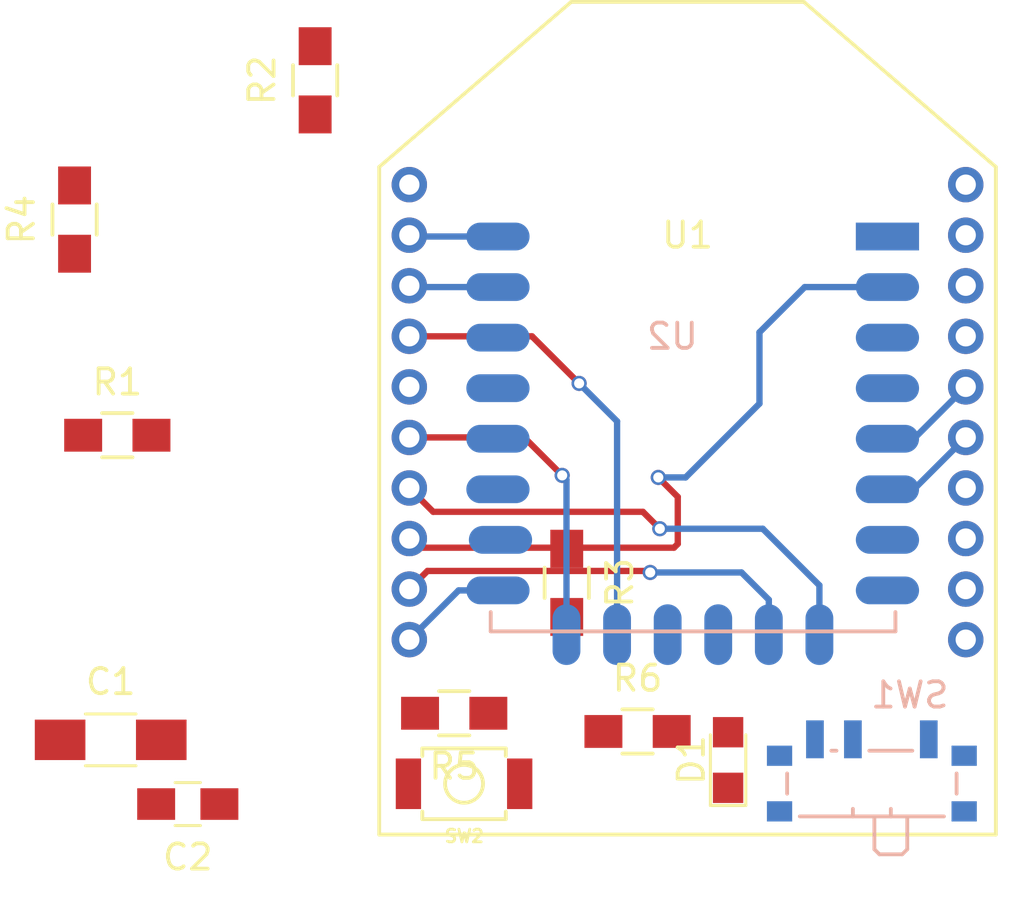
<source format=kicad_pcb>
(kicad_pcb (version 4) (host pcbnew 4.0.4-stable)

  (general
    (links 39)
    (no_connects 29)
    (area 186.635 89.522999 227.338763 125.721)
    (thickness 1.6)
    (drawings 0)
    (tracks 45)
    (zones 0)
    (modules 13)
    (nets 24)
  )

  (page A4)
  (layers
    (0 F.Cu signal)
    (31 B.Cu signal)
    (32 B.Adhes user)
    (33 F.Adhes user)
    (34 B.Paste user)
    (35 F.Paste user)
    (36 B.SilkS user)
    (37 F.SilkS user)
    (38 B.Mask user)
    (39 F.Mask user)
    (40 Dwgs.User user)
    (41 Cmts.User user)
    (42 Eco1.User user)
    (43 Eco2.User user)
    (44 Edge.Cuts user)
    (45 Margin user)
    (46 B.CrtYd user)
    (47 F.CrtYd user)
    (48 B.Fab user)
    (49 F.Fab user)
  )

  (setup
    (last_trace_width 0.25)
    (trace_clearance 0.2)
    (zone_clearance 0.508)
    (zone_45_only no)
    (trace_min 0.2)
    (segment_width 0.2)
    (edge_width 0.1)
    (via_size 0.6)
    (via_drill 0.4)
    (via_min_size 0.4)
    (via_min_drill 0.3)
    (uvia_size 0.3)
    (uvia_drill 0.1)
    (uvias_allowed no)
    (uvia_min_size 0.2)
    (uvia_min_drill 0.1)
    (pcb_text_width 0.3)
    (pcb_text_size 1.5 1.5)
    (mod_edge_width 0.15)
    (mod_text_size 1 1)
    (mod_text_width 0.15)
    (pad_size 1.5 1.5)
    (pad_drill 0.6)
    (pad_to_mask_clearance 0)
    (aux_axis_origin 0 0)
    (visible_elements FFFFFF7F)
    (pcbplotparams
      (layerselection 0x00030_80000001)
      (usegerberextensions false)
      (excludeedgelayer true)
      (linewidth 0.100000)
      (plotframeref false)
      (viasonmask false)
      (mode 1)
      (useauxorigin false)
      (hpglpennumber 1)
      (hpglpenspeed 20)
      (hpglpendiameter 15)
      (hpglpenoverlay 2)
      (psnegative false)
      (psa4output false)
      (plotreference true)
      (plotvalue true)
      (plotinvisibletext false)
      (padsonsilk false)
      (subtractmaskfromsilk false)
      (outputformat 1)
      (mirror false)
      (drillshape 1)
      (scaleselection 1)
      (outputdirectory ""))
  )

  (net 0 "")
  (net 1 +3V3)
  (net 2 GNDREF)
  (net 3 /RESET)
  (net 4 "Net-(D1-Pad2)")
  (net 5 "Net-(R1-Pad2)")
  (net 6 /GPIO2)
  (net 7 /GPIO15)
  (net 8 /CH_PD)
  (net 9 "Net-(R5-Pad2)")
  (net 10 /GPIO0)
  (net 11 /GPIO5)
  (net 12 /GPIO4)
  (net 13 /GPIO14)
  (net 14 /GPIO12)
  (net 15 /GPIO16)
  (net 16 /GPIO13)
  (net 17 /MISO)
  (net 18 /ADC)
  (net 19 /CS0)
  (net 20 /SCLK)
  (net 21 /MOSI)
  (net 22 /RXD)
  (net 23 /TXD)

  (net_class Default "This is the default net class."
    (clearance 0.2)
    (trace_width 0.25)
    (via_dia 0.6)
    (via_drill 0.4)
    (uvia_dia 0.3)
    (uvia_drill 0.1)
    (add_net +3V3)
    (add_net /ADC)
    (add_net /CH_PD)
    (add_net /CS0)
    (add_net /GPIO0)
    (add_net /GPIO12)
    (add_net /GPIO13)
    (add_net /GPIO14)
    (add_net /GPIO15)
    (add_net /GPIO16)
    (add_net /GPIO2)
    (add_net /GPIO4)
    (add_net /GPIO5)
    (add_net /MISO)
    (add_net /MOSI)
    (add_net /RESET)
    (add_net /RXD)
    (add_net /SCLK)
    (add_net /TXD)
    (add_net GNDREF)
    (add_net "Net-(D1-Pad2)")
    (add_net "Net-(R1-Pad2)")
    (add_net "Net-(R5-Pad2)")
  )

  (module Capacitors_SMD:C_1206_HandSoldering (layer F.Cu) (tedit 541A9C03) (tstamp 589C00EE)
    (at 191.138 118.992)
    (descr "Capacitor SMD 1206, hand soldering")
    (tags "capacitor 1206")
    (path /589B154F)
    (attr smd)
    (fp_text reference C1 (at 0 -2.3) (layer F.SilkS)
      (effects (font (size 1 1) (thickness 0.15)))
    )
    (fp_text value 100uF (at 0 2.3) (layer F.Fab)
      (effects (font (size 1 1) (thickness 0.15)))
    )
    (fp_line (start -1.6 0.8) (end -1.6 -0.8) (layer F.Fab) (width 0.1))
    (fp_line (start 1.6 0.8) (end -1.6 0.8) (layer F.Fab) (width 0.1))
    (fp_line (start 1.6 -0.8) (end 1.6 0.8) (layer F.Fab) (width 0.1))
    (fp_line (start -1.6 -0.8) (end 1.6 -0.8) (layer F.Fab) (width 0.1))
    (fp_line (start -3.3 -1.15) (end 3.3 -1.15) (layer F.CrtYd) (width 0.05))
    (fp_line (start -3.3 1.15) (end 3.3 1.15) (layer F.CrtYd) (width 0.05))
    (fp_line (start -3.3 -1.15) (end -3.3 1.15) (layer F.CrtYd) (width 0.05))
    (fp_line (start 3.3 -1.15) (end 3.3 1.15) (layer F.CrtYd) (width 0.05))
    (fp_line (start 1 -1.025) (end -1 -1.025) (layer F.SilkS) (width 0.12))
    (fp_line (start -1 1.025) (end 1 1.025) (layer F.SilkS) (width 0.12))
    (pad 1 smd rect (at -2 0) (size 2 1.6) (layers F.Cu F.Paste F.Mask)
      (net 1 +3V3))
    (pad 2 smd rect (at 2 0) (size 2 1.6) (layers F.Cu F.Paste F.Mask)
      (net 2 GNDREF))
    (model Capacitors_SMD.3dshapes/C_1206_HandSoldering.wrl
      (at (xyz 0 0 0))
      (scale (xyz 1 1 1))
      (rotate (xyz 0 0 0))
    )
  )

  (module Capacitors_SMD:C_0805_HandSoldering (layer F.Cu) (tedit 541A9B8D) (tstamp 589C00F4)
    (at 194.186 121.532 180)
    (descr "Capacitor SMD 0805, hand soldering")
    (tags "capacitor 0805")
    (path /589B1646)
    (attr smd)
    (fp_text reference C2 (at 0 -2.1 180) (layer F.SilkS)
      (effects (font (size 1 1) (thickness 0.15)))
    )
    (fp_text value 1uF (at 0 2.1 180) (layer F.Fab)
      (effects (font (size 1 1) (thickness 0.15)))
    )
    (fp_line (start -1 0.625) (end -1 -0.625) (layer F.Fab) (width 0.1))
    (fp_line (start 1 0.625) (end -1 0.625) (layer F.Fab) (width 0.1))
    (fp_line (start 1 -0.625) (end 1 0.625) (layer F.Fab) (width 0.1))
    (fp_line (start -1 -0.625) (end 1 -0.625) (layer F.Fab) (width 0.1))
    (fp_line (start -2.3 -1) (end 2.3 -1) (layer F.CrtYd) (width 0.05))
    (fp_line (start -2.3 1) (end 2.3 1) (layer F.CrtYd) (width 0.05))
    (fp_line (start -2.3 -1) (end -2.3 1) (layer F.CrtYd) (width 0.05))
    (fp_line (start 2.3 -1) (end 2.3 1) (layer F.CrtYd) (width 0.05))
    (fp_line (start 0.5 -0.85) (end -0.5 -0.85) (layer F.SilkS) (width 0.12))
    (fp_line (start -0.5 0.85) (end 0.5 0.85) (layer F.SilkS) (width 0.12))
    (pad 1 smd rect (at -1.25 0 180) (size 1.5 1.25) (layers F.Cu F.Paste F.Mask)
      (net 3 /RESET))
    (pad 2 smd rect (at 1.25 0 180) (size 1.5 1.25) (layers F.Cu F.Paste F.Mask)
      (net 2 GNDREF))
    (model Capacitors_SMD.3dshapes/C_0805_HandSoldering.wrl
      (at (xyz 0 0 0))
      (scale (xyz 1 1 1))
      (rotate (xyz 0 0 0))
    )
  )

  (module LEDs:LED_0805 (layer F.Cu) (tedit 57FE93EC) (tstamp 589C00FA)
    (at 215.55 119.79 90)
    (descr "LED 0805 smd package")
    (tags "LED led 0805 SMD smd SMT smt smdled SMDLED smtled SMTLED")
    (path /589C0DE1)
    (attr smd)
    (fp_text reference D1 (at 0 -1.45 90) (layer F.SilkS)
      (effects (font (size 1 1) (thickness 0.15)))
    )
    (fp_text value POWER_LED (at 0 1.55 90) (layer F.Fab)
      (effects (font (size 1 1) (thickness 0.15)))
    )
    (fp_line (start -1.8 -0.7) (end -1.8 0.7) (layer F.SilkS) (width 0.12))
    (fp_line (start -0.4 -0.4) (end -0.4 0.4) (layer F.Fab) (width 0.1))
    (fp_line (start -0.4 0) (end 0.2 -0.4) (layer F.Fab) (width 0.1))
    (fp_line (start 0.2 0.4) (end -0.4 0) (layer F.Fab) (width 0.1))
    (fp_line (start 0.2 -0.4) (end 0.2 0.4) (layer F.Fab) (width 0.1))
    (fp_line (start 1 0.6) (end -1 0.6) (layer F.Fab) (width 0.1))
    (fp_line (start 1 -0.6) (end 1 0.6) (layer F.Fab) (width 0.1))
    (fp_line (start -1 -0.6) (end 1 -0.6) (layer F.Fab) (width 0.1))
    (fp_line (start -1 0.6) (end -1 -0.6) (layer F.Fab) (width 0.1))
    (fp_line (start -1.8 0.7) (end 1 0.7) (layer F.SilkS) (width 0.12))
    (fp_line (start -1.8 -0.7) (end 1 -0.7) (layer F.SilkS) (width 0.12))
    (fp_line (start 1.95 -0.85) (end 1.95 0.85) (layer F.CrtYd) (width 0.05))
    (fp_line (start 1.95 0.85) (end -1.95 0.85) (layer F.CrtYd) (width 0.05))
    (fp_line (start -1.95 0.85) (end -1.95 -0.85) (layer F.CrtYd) (width 0.05))
    (fp_line (start -1.95 -0.85) (end 1.95 -0.85) (layer F.CrtYd) (width 0.05))
    (pad 2 smd rect (at 1.1 0 270) (size 1.2 1.2) (layers F.Cu F.Paste F.Mask)
      (net 4 "Net-(D1-Pad2)"))
    (pad 1 smd rect (at -1.1 0 270) (size 1.2 1.2) (layers F.Cu F.Paste F.Mask)
      (net 2 GNDREF))
    (model LEDs.3dshapes/LED_0805.wrl
      (at (xyz 0 0 0))
      (scale (xyz 1 1 1))
      (rotate (xyz 0 0 180))
    )
  )

  (module Resistors_SMD:R_0805_HandSoldering (layer F.Cu) (tedit 58307B90) (tstamp 589C0100)
    (at 191.4 106.94)
    (descr "Resistor SMD 0805, hand soldering")
    (tags "resistor 0805")
    (path /589B4DA5)
    (attr smd)
    (fp_text reference R1 (at 0 -2.1) (layer F.SilkS)
      (effects (font (size 1 1) (thickness 0.15)))
    )
    (fp_text value 12K (at 0 2.1) (layer F.Fab)
      (effects (font (size 1 1) (thickness 0.15)))
    )
    (fp_line (start -1 0.625) (end -1 -0.625) (layer F.Fab) (width 0.1))
    (fp_line (start 1 0.625) (end -1 0.625) (layer F.Fab) (width 0.1))
    (fp_line (start 1 -0.625) (end 1 0.625) (layer F.Fab) (width 0.1))
    (fp_line (start -1 -0.625) (end 1 -0.625) (layer F.Fab) (width 0.1))
    (fp_line (start -2.4 -1) (end 2.4 -1) (layer F.CrtYd) (width 0.05))
    (fp_line (start -2.4 1) (end 2.4 1) (layer F.CrtYd) (width 0.05))
    (fp_line (start -2.4 -1) (end -2.4 1) (layer F.CrtYd) (width 0.05))
    (fp_line (start 2.4 -1) (end 2.4 1) (layer F.CrtYd) (width 0.05))
    (fp_line (start 0.6 0.875) (end -0.6 0.875) (layer F.SilkS) (width 0.15))
    (fp_line (start -0.6 -0.875) (end 0.6 -0.875) (layer F.SilkS) (width 0.15))
    (pad 1 smd rect (at -1.35 0) (size 1.5 1.3) (layers F.Cu F.Paste F.Mask)
      (net 1 +3V3))
    (pad 2 smd rect (at 1.35 0) (size 1.5 1.3) (layers F.Cu F.Paste F.Mask)
      (net 5 "Net-(R1-Pad2)"))
    (model Resistors_SMD.3dshapes/R_0805_HandSoldering.wrl
      (at (xyz 0 0 0))
      (scale (xyz 1 1 1))
      (rotate (xyz 0 0 0))
    )
  )

  (module Resistors_SMD:R_0805_HandSoldering (layer F.Cu) (tedit 58307B90) (tstamp 589C0106)
    (at 199.222 92.9 90)
    (descr "Resistor SMD 0805, hand soldering")
    (tags "resistor 0805")
    (path /589B1D4C)
    (attr smd)
    (fp_text reference R2 (at 0 -2.1 90) (layer F.SilkS)
      (effects (font (size 1 1) (thickness 0.15)))
    )
    (fp_text value 12K (at 0 2.1 90) (layer F.Fab)
      (effects (font (size 1 1) (thickness 0.15)))
    )
    (fp_line (start -1 0.625) (end -1 -0.625) (layer F.Fab) (width 0.1))
    (fp_line (start 1 0.625) (end -1 0.625) (layer F.Fab) (width 0.1))
    (fp_line (start 1 -0.625) (end 1 0.625) (layer F.Fab) (width 0.1))
    (fp_line (start -1 -0.625) (end 1 -0.625) (layer F.Fab) (width 0.1))
    (fp_line (start -2.4 -1) (end 2.4 -1) (layer F.CrtYd) (width 0.05))
    (fp_line (start -2.4 1) (end 2.4 1) (layer F.CrtYd) (width 0.05))
    (fp_line (start -2.4 -1) (end -2.4 1) (layer F.CrtYd) (width 0.05))
    (fp_line (start 2.4 -1) (end 2.4 1) (layer F.CrtYd) (width 0.05))
    (fp_line (start 0.6 0.875) (end -0.6 0.875) (layer F.SilkS) (width 0.15))
    (fp_line (start -0.6 -0.875) (end 0.6 -0.875) (layer F.SilkS) (width 0.15))
    (pad 1 smd rect (at -1.35 0 90) (size 1.5 1.3) (layers F.Cu F.Paste F.Mask)
      (net 1 +3V3))
    (pad 2 smd rect (at 1.35 0 90) (size 1.5 1.3) (layers F.Cu F.Paste F.Mask)
      (net 6 /GPIO2))
    (model Resistors_SMD.3dshapes/R_0805_HandSoldering.wrl
      (at (xyz 0 0 0))
      (scale (xyz 1 1 1))
      (rotate (xyz 0 0 0))
    )
  )

  (module Resistors_SMD:R_0805_HandSoldering (layer F.Cu) (tedit 58307B90) (tstamp 589C010C)
    (at 209.17 112.78 270)
    (descr "Resistor SMD 0805, hand soldering")
    (tags "resistor 0805")
    (path /589B1A91)
    (attr smd)
    (fp_text reference R3 (at 0 -2.1 270) (layer F.SilkS)
      (effects (font (size 1 1) (thickness 0.15)))
    )
    (fp_text value 12K (at 0 2.1 270) (layer F.Fab)
      (effects (font (size 1 1) (thickness 0.15)))
    )
    (fp_line (start -1 0.625) (end -1 -0.625) (layer F.Fab) (width 0.1))
    (fp_line (start 1 0.625) (end -1 0.625) (layer F.Fab) (width 0.1))
    (fp_line (start 1 -0.625) (end 1 0.625) (layer F.Fab) (width 0.1))
    (fp_line (start -1 -0.625) (end 1 -0.625) (layer F.Fab) (width 0.1))
    (fp_line (start -2.4 -1) (end 2.4 -1) (layer F.CrtYd) (width 0.05))
    (fp_line (start -2.4 1) (end 2.4 1) (layer F.CrtYd) (width 0.05))
    (fp_line (start -2.4 -1) (end -2.4 1) (layer F.CrtYd) (width 0.05))
    (fp_line (start 2.4 -1) (end 2.4 1) (layer F.CrtYd) (width 0.05))
    (fp_line (start 0.6 0.875) (end -0.6 0.875) (layer F.SilkS) (width 0.15))
    (fp_line (start -0.6 -0.875) (end 0.6 -0.875) (layer F.SilkS) (width 0.15))
    (pad 1 smd rect (at -1.35 0 270) (size 1.5 1.3) (layers F.Cu F.Paste F.Mask)
      (net 7 /GPIO15))
    (pad 2 smd rect (at 1.35 0 270) (size 1.5 1.3) (layers F.Cu F.Paste F.Mask)
      (net 2 GNDREF))
    (model Resistors_SMD.3dshapes/R_0805_HandSoldering.wrl
      (at (xyz 0 0 0))
      (scale (xyz 1 1 1))
      (rotate (xyz 0 0 0))
    )
  )

  (module Resistors_SMD:R_0805_HandSoldering (layer F.Cu) (tedit 58307B90) (tstamp 589C0112)
    (at 189.71 98.41 90)
    (descr "Resistor SMD 0805, hand soldering")
    (tags "resistor 0805")
    (path /589B0B5C)
    (attr smd)
    (fp_text reference R4 (at 0 -2.1 90) (layer F.SilkS)
      (effects (font (size 1 1) (thickness 0.15)))
    )
    (fp_text value 12K (at 0 2.1 90) (layer F.Fab)
      (effects (font (size 1 1) (thickness 0.15)))
    )
    (fp_line (start -1 0.625) (end -1 -0.625) (layer F.Fab) (width 0.1))
    (fp_line (start 1 0.625) (end -1 0.625) (layer F.Fab) (width 0.1))
    (fp_line (start 1 -0.625) (end 1 0.625) (layer F.Fab) (width 0.1))
    (fp_line (start -1 -0.625) (end 1 -0.625) (layer F.Fab) (width 0.1))
    (fp_line (start -2.4 -1) (end 2.4 -1) (layer F.CrtYd) (width 0.05))
    (fp_line (start -2.4 1) (end 2.4 1) (layer F.CrtYd) (width 0.05))
    (fp_line (start -2.4 -1) (end -2.4 1) (layer F.CrtYd) (width 0.05))
    (fp_line (start 2.4 -1) (end 2.4 1) (layer F.CrtYd) (width 0.05))
    (fp_line (start 0.6 0.875) (end -0.6 0.875) (layer F.SilkS) (width 0.15))
    (fp_line (start -0.6 -0.875) (end 0.6 -0.875) (layer F.SilkS) (width 0.15))
    (pad 1 smd rect (at -1.35 0 90) (size 1.5 1.3) (layers F.Cu F.Paste F.Mask)
      (net 1 +3V3))
    (pad 2 smd rect (at 1.35 0 90) (size 1.5 1.3) (layers F.Cu F.Paste F.Mask)
      (net 8 /CH_PD))
    (model Resistors_SMD.3dshapes/R_0805_HandSoldering.wrl
      (at (xyz 0 0 0))
      (scale (xyz 1 1 1))
      (rotate (xyz 0 0 0))
    )
  )

  (module Resistors_SMD:R_0805_HandSoldering (layer F.Cu) (tedit 58307B90) (tstamp 589C0118)
    (at 204.72 117.94 180)
    (descr "Resistor SMD 0805, hand soldering")
    (tags "resistor 0805")
    (path /589B0BBD)
    (attr smd)
    (fp_text reference R5 (at 0 -2.1 180) (layer F.SilkS)
      (effects (font (size 1 1) (thickness 0.15)))
    )
    (fp_text value 12K (at 0 2.1 180) (layer F.Fab)
      (effects (font (size 1 1) (thickness 0.15)))
    )
    (fp_line (start -1 0.625) (end -1 -0.625) (layer F.Fab) (width 0.1))
    (fp_line (start 1 0.625) (end -1 0.625) (layer F.Fab) (width 0.1))
    (fp_line (start 1 -0.625) (end 1 0.625) (layer F.Fab) (width 0.1))
    (fp_line (start -1 -0.625) (end 1 -0.625) (layer F.Fab) (width 0.1))
    (fp_line (start -2.4 -1) (end 2.4 -1) (layer F.CrtYd) (width 0.05))
    (fp_line (start -2.4 1) (end 2.4 1) (layer F.CrtYd) (width 0.05))
    (fp_line (start -2.4 -1) (end -2.4 1) (layer F.CrtYd) (width 0.05))
    (fp_line (start 2.4 -1) (end 2.4 1) (layer F.CrtYd) (width 0.05))
    (fp_line (start 0.6 0.875) (end -0.6 0.875) (layer F.SilkS) (width 0.15))
    (fp_line (start -0.6 -0.875) (end 0.6 -0.875) (layer F.SilkS) (width 0.15))
    (pad 1 smd rect (at -1.35 0 180) (size 1.5 1.3) (layers F.Cu F.Paste F.Mask)
      (net 3 /RESET))
    (pad 2 smd rect (at 1.35 0 180) (size 1.5 1.3) (layers F.Cu F.Paste F.Mask)
      (net 9 "Net-(R5-Pad2)"))
    (model Resistors_SMD.3dshapes/R_0805_HandSoldering.wrl
      (at (xyz 0 0 0))
      (scale (xyz 1 1 1))
      (rotate (xyz 0 0 0))
    )
  )

  (module Resistors_SMD:R_0805_HandSoldering (layer F.Cu) (tedit 58307B90) (tstamp 589C011E)
    (at 211.97 118.66)
    (descr "Resistor SMD 0805, hand soldering")
    (tags "resistor 0805")
    (path /589C0DAA)
    (attr smd)
    (fp_text reference R6 (at 0 -2.1) (layer F.SilkS)
      (effects (font (size 1 1) (thickness 0.15)))
    )
    (fp_text value 1K (at 0 2.1) (layer F.Fab)
      (effects (font (size 1 1) (thickness 0.15)))
    )
    (fp_line (start -1 0.625) (end -1 -0.625) (layer F.Fab) (width 0.1))
    (fp_line (start 1 0.625) (end -1 0.625) (layer F.Fab) (width 0.1))
    (fp_line (start 1 -0.625) (end 1 0.625) (layer F.Fab) (width 0.1))
    (fp_line (start -1 -0.625) (end 1 -0.625) (layer F.Fab) (width 0.1))
    (fp_line (start -2.4 -1) (end 2.4 -1) (layer F.CrtYd) (width 0.05))
    (fp_line (start -2.4 1) (end 2.4 1) (layer F.CrtYd) (width 0.05))
    (fp_line (start -2.4 -1) (end -2.4 1) (layer F.CrtYd) (width 0.05))
    (fp_line (start 2.4 -1) (end 2.4 1) (layer F.CrtYd) (width 0.05))
    (fp_line (start 0.6 0.875) (end -0.6 0.875) (layer F.SilkS) (width 0.15))
    (fp_line (start -0.6 -0.875) (end 0.6 -0.875) (layer F.SilkS) (width 0.15))
    (pad 1 smd rect (at -1.35 0) (size 1.5 1.3) (layers F.Cu F.Paste F.Mask)
      (net 1 +3V3))
    (pad 2 smd rect (at 1.35 0) (size 1.5 1.3) (layers F.Cu F.Paste F.Mask)
      (net 4 "Net-(D1-Pad2)"))
    (model Resistors_SMD.3dshapes/R_0805_HandSoldering.wrl
      (at (xyz 0 0 0))
      (scale (xyz 1 1 1))
      (rotate (xyz 0 0 0))
    )
  )

  (module Buttons_Switches_SMD:SW_SPDT_PCM12 (layer B.Cu) (tedit 5788B26D) (tstamp 589C012B)
    (at 221.234 120.396 180)
    (descr "Ultraminiature Surface Mount Slide Switch")
    (path /5899D87C)
    (attr smd)
    (fp_text reference SW1 (at -1.5 3.175 180) (layer B.SilkS)
      (effects (font (size 1 1) (thickness 0.15)) (justify mirror))
    )
    (fp_text value Switch_SPDT_x2 (at 0 -4.25 180) (layer B.Fab)
      (effects (font (size 1 1) (thickness 0.15)) (justify mirror))
    )
    (fp_line (start 0.75 -1.325) (end 0.75 -1.625) (layer B.SilkS) (width 0.15))
    (fp_line (start -0.75 -1.325) (end -0.75 -1.625) (layer B.SilkS) (width 0.15))
    (fp_line (start 1.4 0.975) (end 1.6 0.975) (layer B.SilkS) (width 0.15))
    (fp_line (start -4.4 2.45) (end 4.4 2.45) (layer B.CrtYd) (width 0.05))
    (fp_line (start 4.4 2.45) (end 4.4 -2.1) (layer B.CrtYd) (width 0.05))
    (fp_line (start 4.4 -2.1) (end 1.65 -2.1) (layer B.CrtYd) (width 0.05))
    (fp_line (start 1.65 -2.1) (end 1.65 -3.4) (layer B.CrtYd) (width 0.05))
    (fp_line (start 1.65 -3.4) (end -1.65 -3.4) (layer B.CrtYd) (width 0.05))
    (fp_line (start -1.65 -3.4) (end -1.65 -2.1) (layer B.CrtYd) (width 0.05))
    (fp_line (start -1.65 -2.1) (end -4.4 -2.1) (layer B.CrtYd) (width 0.05))
    (fp_line (start -4.4 -2.1) (end -4.4 2.45) (layer B.CrtYd) (width 0.05))
    (fp_line (start -1.4 -2.925) (end -1.2 -3.125) (layer B.SilkS) (width 0.15))
    (fp_line (start -0.1 -2.925) (end -0.3 -3.125) (layer B.SilkS) (width 0.15))
    (fp_line (start -1.4 -1.625) (end -1.4 -2.925) (layer B.SilkS) (width 0.15))
    (fp_line (start -1.2 -3.125) (end -0.3 -3.125) (layer B.SilkS) (width 0.15))
    (fp_line (start -0.1 -2.925) (end -0.1 -1.625) (layer B.SilkS) (width 0.15))
    (fp_line (start -2.85 -1.625) (end 2.85 -1.625) (layer B.SilkS) (width 0.15))
    (fp_line (start -1.6 0.975) (end 0.1 0.975) (layer B.SilkS) (width 0.15))
    (fp_line (start -3.35 0.075) (end -3.35 -0.725) (layer B.SilkS) (width 0.15))
    (fp_line (start 3.35 -0.725) (end 3.35 0.075) (layer B.SilkS) (width 0.15))
    (pad "" np_thru_hole circle (at -1.5 -0.325 180) (size 0.9 0.9) (drill 0.9) (layers *.Cu *.Mask))
    (pad "" np_thru_hole circle (at 1.5 -0.325 180) (size 0.9 0.9) (drill 0.9) (layers *.Cu *.Mask))
    (pad 1 smd rect (at -2.25 1.425 180) (size 0.7 1.5) (layers B.Cu B.Paste B.Mask)
      (net 5 "Net-(R1-Pad2)"))
    (pad 2 smd rect (at 0.75 1.425 180) (size 0.7 1.5) (layers B.Cu B.Paste B.Mask)
      (net 10 /GPIO0))
    (pad 3 smd rect (at 2.25 1.425 180) (size 0.7 1.5) (layers B.Cu B.Paste B.Mask)
      (net 2 GNDREF))
    (pad "" smd rect (at -3.65 -1.425 180) (size 1 0.8) (layers B.Cu B.Paste B.Mask))
    (pad "" smd rect (at 3.65 -1.425 180) (size 1 0.8) (layers B.Cu B.Paste B.Mask))
    (pad "" smd rect (at 3.65 0.775 180) (size 1 0.8) (layers B.Cu B.Paste B.Mask))
    (pad "" smd rect (at -3.65 0.775 180) (size 1 0.8) (layers B.Cu B.Paste B.Mask))
  )

  (module switches:SW_SPST_B3U-1000P_SUNROM (layer F.Cu) (tedit 588C4ADD) (tstamp 589C0131)
    (at 205.11 120.73)
    (descr "Ultra-small-sized Tactile Switch with High Contact Reliability, Top-actuated Model, without Ground Terminal, without Boss")
    (tags "Tactile Switch")
    (path /589B0EA5)
    (attr smd)
    (fp_text reference SW2 (at 0.01 2.07) (layer F.SilkS)
      (effects (font (size 0.5 0.5) (thickness 0.11)))
    )
    (fp_text value SW_PUSH (at 3.24 0.01 90) (layer F.Fab)
      (effects (font (size 0.5 0.5) (thickness 0.09)))
    )
    (fp_line (start -2.8 1.65) (end 2.8 1.65) (layer F.CrtYd) (width 0.05))
    (fp_line (start 2.8 1.65) (end 2.8 -1.65) (layer F.CrtYd) (width 0.05))
    (fp_line (start 2.8 -1.65) (end -2.8 -1.65) (layer F.CrtYd) (width 0.05))
    (fp_line (start -2.8 -1.65) (end -2.8 1.65) (layer F.CrtYd) (width 0.05))
    (fp_circle (center 0 0) (end 0.75 0) (layer F.SilkS) (width 0.15))
    (fp_line (start -1.65 1.1) (end -1.65 1.4) (layer F.SilkS) (width 0.15))
    (fp_line (start -1.65 1.4) (end 1.65 1.4) (layer F.SilkS) (width 0.15))
    (fp_line (start 1.65 1.4) (end 1.65 1.1) (layer F.SilkS) (width 0.15))
    (fp_line (start -1.65 -1.1) (end -1.65 -1.4) (layer F.SilkS) (width 0.15))
    (fp_line (start -1.65 -1.4) (end 1.65 -1.4) (layer F.SilkS) (width 0.15))
    (fp_line (start 1.65 -1.4) (end 1.65 -1.1) (layer F.SilkS) (width 0.15))
    (fp_line (start -1.5 -1.25) (end 1.5 -1.25) (layer F.Fab) (width 0.15))
    (fp_line (start 1.5 -1.25) (end 1.5 1.25) (layer F.Fab) (width 0.15))
    (fp_line (start 1.5 1.25) (end -1.5 1.25) (layer F.Fab) (width 0.15))
    (fp_line (start -1.5 1.25) (end -1.5 -1.25) (layer F.Fab) (width 0.15))
    (pad 1 smd rect (at -2.2 0) (size 1 2) (layers F.Cu F.Paste F.Mask)
      (net 9 "Net-(R5-Pad2)"))
    (pad 2 smd rect (at 2.2 0) (size 1 2) (layers F.Cu F.Paste F.Mask)
      (net 2 GNDREF))
  )

  (module Xbee:XBee_Plug_without_Jtag (layer F.Cu) (tedit 589BFF6E) (tstamp 589C0149)
    (at 202.946 97.028)
    (path /5899D937)
    (fp_text reference U1 (at 11 2) (layer F.SilkS)
      (effects (font (size 1 1) (thickness 0.15)))
    )
    (fp_text value XBEE_MODULE (at 11 0) (layer F.Fab)
      (effects (font (size 1 1) (thickness 0.15)))
    )
    (fp_line (start -1.19 -0.7) (end -1.19 25.71) (layer F.SilkS) (width 0.15))
    (fp_line (start -1.19 25.71) (end 23.19 25.71) (layer F.SilkS) (width 0.15))
    (fp_line (start 23.19 25.71) (end 23.19 -0.7) (layer F.SilkS) (width 0.15))
    (fp_line (start 23.19 -0.7) (end 15.6 -7.23) (layer F.SilkS) (width 0.15))
    (fp_line (start 15.6 -7.23) (end 6.4 -7.23) (layer F.SilkS) (width 0.15))
    (fp_line (start 6.4 -7.23) (end -1.19 -0.7) (layer F.SilkS) (width 0.15))
    (pad 20 thru_hole circle (at 22 0) (size 1.4 1.4) (drill 0.8) (layers *.Cu *.Mask)
      (net 11 /GPIO5))
    (pad 19 thru_hole circle (at 22 2) (size 1.4 1.4) (drill 0.8) (layers *.Cu *.Mask)
      (net 12 /GPIO4))
    (pad 18 thru_hole circle (at 22 4) (size 1.4 1.4) (drill 0.8) (layers *.Cu *.Mask)
      (net 6 /GPIO2))
    (pad 17 thru_hole circle (at 22 6) (size 1.4 1.4) (drill 0.8) (layers *.Cu *.Mask)
      (net 10 /GPIO0))
    (pad 16 thru_hole circle (at 22 8) (size 1.4 1.4) (drill 0.8) (layers *.Cu *.Mask)
      (net 13 /GPIO14))
    (pad 15 thru_hole circle (at 22 10) (size 1.4 1.4) (drill 0.8) (layers *.Cu *.Mask)
      (net 14 /GPIO12))
    (pad 14 thru_hole circle (at 22 12) (size 1.4 1.4) (drill 0.8) (layers *.Cu *.Mask))
    (pad 13 thru_hole circle (at 22 14) (size 1.4 1.4) (drill 0.8) (layers *.Cu *.Mask)
      (net 15 /GPIO16))
    (pad 12 thru_hole circle (at 22 16) (size 1.4 1.4) (drill 0.8) (layers *.Cu *.Mask)
      (net 16 /GPIO13))
    (pad 11 thru_hole circle (at 22 18) (size 1.4 1.4) (drill 0.8) (layers *.Cu *.Mask)
      (net 7 /GPIO15))
    (pad 10 thru_hole circle (at 0 18) (size 1.4 1.4) (drill 0.8) (layers *.Cu *.Mask)
      (net 2 GNDREF))
    (pad 9 thru_hole circle (at 0 16) (size 1.4 1.4) (drill 0.8) (layers *.Cu *.Mask)
      (net 17 /MISO))
    (pad 8 thru_hole circle (at 0 14) (size 1.4 1.4) (drill 0.8) (layers *.Cu *.Mask)
      (net 18 /ADC))
    (pad 7 thru_hole circle (at 0 12) (size 1.4 1.4) (drill 0.8) (layers *.Cu *.Mask)
      (net 19 /CS0))
    (pad 6 thru_hole circle (at 0 10) (size 1.4 1.4) (drill 0.8) (layers *.Cu *.Mask)
      (net 20 /SCLK))
    (pad 5 thru_hole circle (at 0 8) (size 1.4 1.4) (drill 0.8) (layers *.Cu *.Mask)
      (net 3 /RESET))
    (pad 4 thru_hole circle (at 0 6) (size 1.4 1.4) (drill 0.8) (layers *.Cu *.Mask)
      (net 21 /MOSI))
    (pad 3 thru_hole circle (at 0 4) (size 1.4 1.4) (drill 0.8) (layers *.Cu *.Mask)
      (net 22 /RXD))
    (pad 2 thru_hole circle (at 0 2) (size 1.4 1.4) (drill 0.8) (layers *.Cu *.Mask)
      (net 23 /TXD))
    (pad 1 thru_hole circle (at 0 0) (size 1.4 1.4) (drill 0.8) (layers *.Cu *.Mask)
      (net 1 +3V3))
  )

  (module ESP8266:ESP-12E (layer B.Cu) (tedit 58528C2F) (tstamp 589C0163)
    (at 221.15 99.08 180)
    (descr "Module, ESP-8266, ESP-12, 16 pad, SMD")
    (tags "Module ESP-8266 ESP8266")
    (path /589AC8FD)
    (fp_text reference U2 (at 7.8 -3.95 180) (layer B.SilkS)
      (effects (font (size 1 1) (thickness 0.15)) (justify mirror))
    )
    (fp_text value ESP-12E (at 8 -1 180) (layer B.Fab)
      (effects (font (size 1 1) (thickness 0.15)) (justify mirror))
    )
    (fp_line (start -2.25 0.5) (end -2.25 8.75) (layer B.CrtYd) (width 0.05))
    (fp_line (start -2.25 8.75) (end 15.25 8.75) (layer B.CrtYd) (width 0.05))
    (fp_line (start 15.25 8.75) (end 16.25 8.75) (layer B.CrtYd) (width 0.05))
    (fp_line (start 16.25 8.75) (end 16.25 -16) (layer B.CrtYd) (width 0.05))
    (fp_line (start 16.25 -16) (end -2.25 -16) (layer B.CrtYd) (width 0.05))
    (fp_line (start -2.25 -16) (end -2.25 0.5) (layer B.CrtYd) (width 0.05))
    (fp_line (start -1.016 8.382) (end 14.986 8.382) (layer B.CrtYd) (width 0.1524))
    (fp_line (start 14.986 8.382) (end 14.986 0.889) (layer B.CrtYd) (width 0.1524))
    (fp_line (start -1.016 8.382) (end -1.016 1.016) (layer B.CrtYd) (width 0.1524))
    (fp_line (start -1.016 -14.859) (end -1.016 -15.621) (layer B.SilkS) (width 0.1524))
    (fp_line (start -1.016 -15.621) (end 14.986 -15.621) (layer B.SilkS) (width 0.1524))
    (fp_line (start 14.986 -15.621) (end 14.986 -14.859) (layer B.SilkS) (width 0.1524))
    (fp_line (start 14.992 8.4) (end -1.008 2.6) (layer B.CrtYd) (width 0.1524))
    (fp_line (start -1.008 8.4) (end 14.992 2.6) (layer B.CrtYd) (width 0.1524))
    (fp_text user "No Copper" (at 6.892 5.4 180) (layer B.CrtYd)
      (effects (font (size 1 1) (thickness 0.15)) (justify mirror))
    )
    (fp_line (start -1.008 2.6) (end 14.992 2.6) (layer B.CrtYd) (width 0.1524))
    (fp_line (start 15 8.4) (end 15 -15.6) (layer B.Fab) (width 0.05))
    (fp_line (start 14.992 -15.6) (end -1.008 -15.6) (layer B.Fab) (width 0.05))
    (fp_line (start -1.008 -15.6) (end -1.008 8.4) (layer B.Fab) (width 0.05))
    (fp_line (start -1.008 8.4) (end 14.992 8.4) (layer B.Fab) (width 0.05))
    (pad 1 smd rect (at 0 0 180) (size 2.5 1.1) (drill (offset -0.7 0)) (layers B.Cu B.Paste B.Mask)
      (net 3 /RESET))
    (pad 2 smd oval (at 0 -2 180) (size 2.5 1.1) (drill (offset -0.7 0)) (layers B.Cu B.Paste B.Mask)
      (net 18 /ADC))
    (pad 3 smd oval (at 0 -4 180) (size 2.5 1.1) (drill (offset -0.7 0)) (layers B.Cu B.Paste B.Mask)
      (net 8 /CH_PD))
    (pad 4 smd oval (at 0 -6 180) (size 2.5 1.1) (drill (offset -0.7 0)) (layers B.Cu B.Paste B.Mask)
      (net 15 /GPIO16))
    (pad 5 smd oval (at 0 -8 180) (size 2.5 1.1) (drill (offset -0.7 0)) (layers B.Cu B.Paste B.Mask)
      (net 13 /GPIO14))
    (pad 6 smd oval (at 0 -10 180) (size 2.5 1.1) (drill (offset -0.7 0)) (layers B.Cu B.Paste B.Mask)
      (net 14 /GPIO12))
    (pad 7 smd oval (at 0 -12 180) (size 2.5 1.1) (drill (offset -0.7 0)) (layers B.Cu B.Paste B.Mask)
      (net 16 /GPIO13))
    (pad 8 smd oval (at 0 -14 180) (size 2.5 1.1) (drill (offset -0.7 0)) (layers B.Cu B.Paste B.Mask)
      (net 1 +3V3))
    (pad 9 smd oval (at 14 -14 180) (size 2.5 1.1) (drill (offset 0.7 0)) (layers B.Cu B.Paste B.Mask)
      (net 2 GNDREF))
    (pad 10 smd oval (at 14 -12 180) (size 2.5 1.1) (drill (offset 0.6 0)) (layers B.Cu B.Paste B.Mask)
      (net 7 /GPIO15))
    (pad 11 smd oval (at 14 -10 180) (size 2.5 1.1) (drill (offset 0.7 0)) (layers B.Cu B.Paste B.Mask)
      (net 6 /GPIO2))
    (pad 12 smd oval (at 14 -8 180) (size 2.5 1.1) (drill (offset 0.7 0)) (layers B.Cu B.Paste B.Mask)
      (net 10 /GPIO0))
    (pad 13 smd oval (at 14 -6 180) (size 2.5 1.1) (drill (offset 0.7 0)) (layers B.Cu B.Paste B.Mask)
      (net 12 /GPIO4))
    (pad 14 smd oval (at 14 -4 180) (size 2.5 1.1) (drill (offset 0.7 0)) (layers B.Cu B.Paste B.Mask)
      (net 11 /GPIO5))
    (pad 15 smd oval (at 14 -2 180) (size 2.5 1.1) (drill (offset 0.7 0)) (layers B.Cu B.Paste B.Mask)
      (net 22 /RXD))
    (pad 16 smd oval (at 14 0 180) (size 2.5 1.1) (drill (offset 0.7 0)) (layers B.Cu B.Paste B.Mask)
      (net 23 /TXD))
    (pad 17 smd oval (at 1.99 -15.75 90) (size 2.4 1.1) (layers B.Cu B.Paste B.Mask)
      (net 19 /CS0))
    (pad 18 smd oval (at 3.99 -15.75 90) (size 2.4 1.1) (layers B.Cu B.Paste B.Mask)
      (net 17 /MISO))
    (pad 19 smd oval (at 5.99 -15.75 90) (size 2.4 1.1) (layers B.Cu B.Paste B.Mask))
    (pad 20 smd oval (at 7.99 -15.75 90) (size 2.4 1.1) (layers B.Cu B.Paste B.Mask))
    (pad 21 smd oval (at 9.99 -15.75 90) (size 2.4 1.1) (layers B.Cu B.Paste B.Mask)
      (net 21 /MOSI))
    (pad 22 smd oval (at 11.99 -15.75 90) (size 2.4 1.1) (layers B.Cu B.Paste B.Mask)
      (net 20 /SCLK))
    (model ${ESPLIB}/ESP8266.3dshapes/ESP-12.wrl
      (at (xyz 0 0 0))
      (scale (xyz 0.3937 0.3937 0.3937))
      (rotate (xyz 0 0 0))
    )
  )

  (segment (start 207.15 113.08) (end 204.894 113.08) (width 0.25) (layer B.Cu) (net 2))
  (segment (start 204.894 113.08) (end 202.946 115.028) (width 0.25) (layer B.Cu) (net 2) (tstamp 589C04D5))
  (segment (start 221.15 107.08) (end 222.894 107.08) (width 0.25) (layer B.Cu) (net 13))
  (segment (start 222.894 107.08) (end 224.946 105.028) (width 0.25) (layer B.Cu) (net 13) (tstamp 589C050D))
  (segment (start 221.15 109.08) (end 222.894 109.08) (width 0.25) (layer B.Cu) (net 14))
  (segment (start 222.894 109.08) (end 224.946 107.028) (width 0.25) (layer B.Cu) (net 14) (tstamp 589C0509))
  (segment (start 217.16 114.83) (end 217.16 113.45) (width 0.25) (layer B.Cu) (net 17))
  (segment (start 203.664 112.31) (end 202.946 113.028) (width 0.25) (layer F.Cu) (net 17) (tstamp 589C04F8))
  (segment (start 212.41 112.31) (end 203.664 112.31) (width 0.25) (layer F.Cu) (net 17) (tstamp 589C04F7))
  (segment (start 212.47 112.37) (end 212.41 112.31) (width 0.25) (layer F.Cu) (net 17) (tstamp 589C04F6))
  (via (at 212.47 112.37) (size 0.6) (drill 0.4) (layers F.Cu B.Cu) (net 17))
  (segment (start 216.08 112.37) (end 212.47 112.37) (width 0.25) (layer B.Cu) (net 17) (tstamp 589C04F2))
  (segment (start 217.16 113.45) (end 216.08 112.37) (width 0.25) (layer B.Cu) (net 17) (tstamp 589C04F0))
  (segment (start 221.15 101.08) (end 218.58 101.08) (width 0.25) (layer B.Cu) (net 18))
  (segment (start 213.41 111.39) (end 203.308 111.39) (width 0.25) (layer F.Cu) (net 18) (tstamp 589C0524))
  (segment (start 213.56 111.24) (end 213.41 111.39) (width 0.25) (layer F.Cu) (net 18) (tstamp 589C0522))
  (segment (start 213.56 109.38) (end 213.56 111.24) (width 0.25) (layer F.Cu) (net 18) (tstamp 589C051B))
  (segment (start 212.79 108.61) (end 213.56 109.38) (width 0.25) (layer F.Cu) (net 18) (tstamp 589C051A))
  (via (at 212.79 108.61) (size 0.6) (drill 0.4) (layers F.Cu B.Cu) (net 18))
  (segment (start 213.87 108.61) (end 212.79 108.61) (width 0.25) (layer B.Cu) (net 18) (tstamp 589C0517))
  (segment (start 216.79 105.69) (end 213.87 108.61) (width 0.25) (layer B.Cu) (net 18) (tstamp 589C0515))
  (segment (start 216.79 102.87) (end 216.79 105.69) (width 0.25) (layer B.Cu) (net 18) (tstamp 589C0513))
  (segment (start 218.58 101.08) (end 216.79 102.87) (width 0.25) (layer B.Cu) (net 18) (tstamp 589C0511))
  (segment (start 203.308 111.39) (end 202.946 111.028) (width 0.25) (layer F.Cu) (net 18) (tstamp 589C0528))
  (segment (start 219.16 114.83) (end 219.16 112.88) (width 0.25) (layer B.Cu) (net 19))
  (segment (start 203.888 109.97) (end 202.946 109.028) (width 0.25) (layer F.Cu) (net 19) (tstamp 589C0505))
  (segment (start 212.18 109.97) (end 203.888 109.97) (width 0.25) (layer F.Cu) (net 19) (tstamp 589C0504))
  (segment (start 212.85 110.64) (end 212.18 109.97) (width 0.25) (layer F.Cu) (net 19) (tstamp 589C0503))
  (via (at 212.85 110.64) (size 0.6) (drill 0.4) (layers F.Cu B.Cu) (net 19))
  (segment (start 216.92 110.64) (end 212.85 110.64) (width 0.25) (layer B.Cu) (net 19) (tstamp 589C04FF))
  (segment (start 219.16 112.88) (end 216.92 110.64) (width 0.25) (layer B.Cu) (net 19) (tstamp 589C04FD))
  (segment (start 209.16 114.83) (end 209.16 108.7) (width 0.25) (layer B.Cu) (net 20))
  (segment (start 207.488 107.028) (end 202.946 107.028) (width 0.25) (layer F.Cu) (net 20) (tstamp 589C04E6))
  (segment (start 208.99 108.53) (end 207.488 107.028) (width 0.25) (layer F.Cu) (net 20) (tstamp 589C04E5))
  (via (at 208.99 108.53) (size 0.6) (drill 0.4) (layers F.Cu B.Cu) (net 20))
  (segment (start 209.16 108.7) (end 208.99 108.53) (width 0.25) (layer B.Cu) (net 20) (tstamp 589C04E3))
  (segment (start 211.16 114.83) (end 211.16 106.39) (width 0.25) (layer B.Cu) (net 21))
  (segment (start 207.798 103.028) (end 202.946 103.028) (width 0.25) (layer F.Cu) (net 21) (tstamp 589C04DE))
  (segment (start 209.66 104.89) (end 207.798 103.028) (width 0.25) (layer F.Cu) (net 21) (tstamp 589C04DD))
  (via (at 209.66 104.89) (size 0.6) (drill 0.4) (layers F.Cu B.Cu) (net 21))
  (segment (start 211.16 106.39) (end 209.66 104.89) (width 0.25) (layer B.Cu) (net 21) (tstamp 589C04D9))
  (segment (start 207.15 101.08) (end 202.998 101.08) (width 0.25) (layer B.Cu) (net 22))
  (segment (start 202.998 101.08) (end 202.946 101.028) (width 0.25) (layer B.Cu) (net 22) (tstamp 589C04D2))
  (segment (start 207.15 99.08) (end 202.998 99.08) (width 0.25) (layer B.Cu) (net 23))
  (segment (start 202.998 99.08) (end 202.946 99.028) (width 0.25) (layer B.Cu) (net 23) (tstamp 589C04CF))

)

</source>
